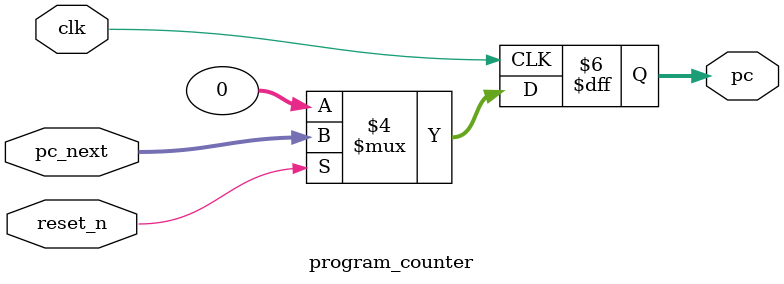
<source format=sv>
module program_counter(
    input clk,
    input reset_n,
    input [31:0] pc_next,
    output logic [31:0] pc
);

always_ff @(posedge clk) begin
    if(reset_n == 1'b0) begin
        pc <= 32'b0;
    end else begin
        pc <= pc_next;
    end

end
endmodule
</source>
